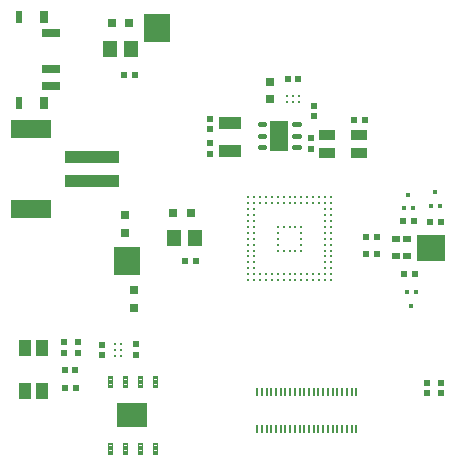
<source format=gbr>
G04 EAGLE Gerber RS-274X export*
G75*
%MOMM*%
%FSLAX34Y34*%
%LPD*%
%INSolderpaste Top*%
%IPPOS*%
%AMOC8*
5,1,8,0,0,1.08239X$1,22.5*%
G01*
%ADD10R,1.150000X1.450000*%
%ADD11R,0.620000X0.620000*%
%ADD12R,0.700000X0.600000*%
%ADD13R,4.600000X1.000000*%
%ADD14R,3.400000X1.600000*%
%ADD15R,2.489200X2.235200*%
%ADD16R,2.235200X2.489200*%
%ADD17R,0.195575X0.685800*%
%ADD18R,0.800000X0.800000*%
%ADD19R,0.450000X0.350000*%
%ADD20R,0.350000X0.350000*%
%ADD21R,0.500000X0.500000*%
%ADD22R,1.050000X1.400000*%
%ADD23R,1.500000X0.700000*%
%ADD24R,0.600000X1.000000*%
%ADD25R,0.800000X1.000000*%
%ADD26C,0.250000*%
%ADD27C,0.254000*%
%ADD28R,1.600000X2.500000*%
%ADD29C,0.450000*%
%ADD30R,1.346200X0.812800*%
%ADD31R,1.905000X1.092200*%
%ADD32R,2.530000X2.150000*%
%ADD33C,0.110000*%


D10*
X105266Y357378D03*
X87266Y357378D03*
D11*
X159948Y177800D03*
X150948Y177800D03*
D10*
X159368Y196850D03*
X141368Y196850D03*
D11*
X108386Y334772D03*
X99386Y334772D03*
X58348Y70104D03*
X49348Y70104D03*
X302950Y296926D03*
X293950Y296926D03*
X257556Y272614D03*
X257556Y281614D03*
X172212Y289124D03*
X172212Y298124D03*
X172466Y277042D03*
X172466Y268042D03*
X80518Y106608D03*
X80518Y97608D03*
X109728Y107116D03*
X109728Y98116D03*
X259842Y300046D03*
X259842Y309046D03*
X237816Y331724D03*
X246816Y331724D03*
X304364Y183134D03*
X313364Y183134D03*
X304364Y197612D03*
X313364Y197612D03*
D12*
X329264Y181976D03*
X329264Y195976D03*
X339264Y181976D03*
X339264Y195976D03*
D13*
X72560Y245270D03*
X72560Y265270D03*
D14*
X20560Y221270D03*
X20560Y289270D03*
D15*
X359664Y188722D03*
D16*
X102108Y177546D03*
X127254Y375158D03*
D17*
X251981Y35433D03*
X247981Y35433D03*
X243981Y35433D03*
X239981Y35433D03*
X235981Y35433D03*
X231981Y35433D03*
X227981Y35433D03*
X223981Y35433D03*
X219981Y35433D03*
X215981Y35433D03*
X211981Y35433D03*
X295981Y35433D03*
X291981Y35433D03*
X287981Y35433D03*
X283981Y35433D03*
X279981Y35433D03*
X275981Y35433D03*
X271981Y35433D03*
X267981Y35433D03*
X263981Y35433D03*
X259981Y35433D03*
X255981Y35433D03*
X251981Y66167D03*
X247981Y66167D03*
X243981Y66167D03*
X239981Y66167D03*
X235981Y66167D03*
X231981Y66167D03*
X227981Y66167D03*
X223981Y66167D03*
X219981Y66167D03*
X215981Y66167D03*
X211981Y66167D03*
X295981Y66167D03*
X291981Y66167D03*
X287981Y66167D03*
X283981Y66167D03*
X279981Y66167D03*
X275981Y66167D03*
X271981Y66167D03*
X267981Y66167D03*
X263981Y66167D03*
X259981Y66167D03*
X255981Y66167D03*
D18*
X155836Y217932D03*
X140836Y217932D03*
D19*
X362966Y235620D03*
D20*
X358966Y224120D03*
X366966Y224120D03*
D19*
X342646Y139792D03*
D20*
X346646Y151292D03*
X338646Y151292D03*
D19*
X340106Y233588D03*
D20*
X336106Y222088D03*
X344106Y222088D03*
D21*
X49094Y84836D03*
X58094Y84836D03*
X367538Y74350D03*
X367538Y65350D03*
X355854Y74350D03*
X355854Y65350D03*
X48260Y99640D03*
X48260Y108640D03*
X335860Y211328D03*
X344860Y211328D03*
X358466Y210820D03*
X367466Y210820D03*
X336622Y166116D03*
X345622Y166116D03*
X60198Y99894D03*
X60198Y108894D03*
D18*
X100076Y216542D03*
X100076Y201542D03*
X88766Y379222D03*
X103766Y379222D03*
X107950Y152788D03*
X107950Y137788D03*
X223012Y329318D03*
X223012Y314318D03*
D22*
X29856Y103598D03*
X29856Y67598D03*
X15356Y103598D03*
X15356Y67598D03*
D23*
X37820Y325480D03*
X37820Y340480D03*
X37820Y370480D03*
D24*
X10320Y311480D03*
D25*
X31320Y311480D03*
D24*
X10320Y384480D03*
D25*
X31320Y384480D03*
D26*
X204522Y231342D03*
X204522Y226342D03*
X204522Y221342D03*
X204522Y216342D03*
X204522Y211342D03*
X204522Y206342D03*
X204522Y201342D03*
X204522Y196342D03*
X204522Y191342D03*
X204522Y186342D03*
X204522Y181342D03*
X204522Y176342D03*
X204522Y171342D03*
X204522Y166342D03*
X204522Y161342D03*
X209522Y161342D03*
X209522Y166342D03*
X209522Y171342D03*
X209522Y176342D03*
X209522Y181342D03*
X209522Y186342D03*
X209522Y191342D03*
X209522Y196342D03*
X209522Y201342D03*
X209522Y206342D03*
X209522Y211342D03*
X209522Y216342D03*
X209522Y221342D03*
X209522Y226342D03*
X209522Y231342D03*
X269522Y231342D03*
X269522Y226342D03*
X269522Y221342D03*
X269522Y216342D03*
X269522Y211342D03*
X269522Y206342D03*
X269522Y201342D03*
X269522Y196342D03*
X269522Y191342D03*
X269522Y186342D03*
X269522Y181342D03*
X269522Y176342D03*
X269522Y171342D03*
X269522Y166342D03*
X269522Y161342D03*
X274522Y161342D03*
X274522Y166342D03*
X274522Y171342D03*
X274522Y176342D03*
X274522Y181342D03*
X274522Y186342D03*
X274522Y191342D03*
X274522Y196342D03*
X274522Y201342D03*
X274522Y206342D03*
X274522Y211342D03*
X274522Y216342D03*
X274522Y221342D03*
X274522Y226342D03*
X274522Y231342D03*
X214522Y231342D03*
X214522Y226342D03*
X219522Y226342D03*
X219522Y231342D03*
X224522Y231342D03*
X224522Y226342D03*
X229522Y226342D03*
X229522Y231342D03*
X234522Y231342D03*
X234522Y226342D03*
X239522Y226342D03*
X239522Y231342D03*
X244522Y231342D03*
X244522Y226342D03*
X249522Y226342D03*
X249522Y231342D03*
X254522Y231342D03*
X254522Y226342D03*
X259522Y226342D03*
X259522Y231342D03*
X264522Y231342D03*
X264522Y226342D03*
X214522Y166342D03*
X214522Y161342D03*
X219522Y161342D03*
X219522Y166342D03*
X224522Y166342D03*
X224522Y161342D03*
X229522Y161342D03*
X229522Y166342D03*
X234522Y166342D03*
X234522Y161342D03*
X239522Y161342D03*
X239522Y166342D03*
X244522Y166342D03*
X244522Y161342D03*
X249522Y161342D03*
X249522Y166342D03*
X254522Y166342D03*
X254522Y161342D03*
X259522Y161342D03*
X259522Y166342D03*
X264522Y166342D03*
X264522Y161342D03*
X229522Y196342D03*
X249522Y196342D03*
X229522Y201342D03*
X249522Y201342D03*
X229522Y191342D03*
X249522Y191342D03*
X229522Y206342D03*
X249522Y206342D03*
X229522Y186342D03*
X249522Y186342D03*
X234522Y206342D03*
X234522Y186342D03*
X239522Y206342D03*
X239522Y186342D03*
X244522Y206342D03*
X244522Y186342D03*
D27*
X96734Y107108D03*
X91734Y107108D03*
X96734Y102108D03*
X91734Y102108D03*
X96734Y97108D03*
X91734Y97108D03*
D28*
X230632Y283718D03*
D29*
X218132Y283718D02*
X214132Y283718D01*
X243132Y283718D02*
X247132Y283718D01*
X218132Y273718D02*
X214132Y273718D01*
X214132Y293718D02*
X218132Y293718D01*
X243132Y293718D02*
X247132Y293718D01*
X247132Y273718D02*
X243132Y273718D01*
D27*
X237570Y317460D03*
X237570Y312460D03*
X242570Y317460D03*
X242570Y312460D03*
X247570Y317460D03*
X247570Y312460D03*
D30*
X298323Y269360D03*
X298323Y284360D03*
X271145Y284360D03*
X271145Y269360D03*
D31*
X189484Y294640D03*
X189484Y270256D03*
D32*
X106172Y46990D03*
D33*
X88772Y23190D02*
X88772Y13890D01*
X85472Y13890D01*
X85472Y23190D01*
X88772Y23190D01*
X88772Y14935D02*
X85472Y14935D01*
X85472Y15980D02*
X88772Y15980D01*
X88772Y17025D02*
X85472Y17025D01*
X85472Y18070D02*
X88772Y18070D01*
X88772Y19115D02*
X85472Y19115D01*
X85472Y20160D02*
X88772Y20160D01*
X88772Y21205D02*
X85472Y21205D01*
X85472Y22250D02*
X88772Y22250D01*
X101472Y23190D02*
X101472Y13890D01*
X98172Y13890D01*
X98172Y23190D01*
X101472Y23190D01*
X101472Y14935D02*
X98172Y14935D01*
X98172Y15980D02*
X101472Y15980D01*
X101472Y17025D02*
X98172Y17025D01*
X98172Y18070D02*
X101472Y18070D01*
X101472Y19115D02*
X98172Y19115D01*
X98172Y20160D02*
X101472Y20160D01*
X101472Y21205D02*
X98172Y21205D01*
X98172Y22250D02*
X101472Y22250D01*
X114172Y23190D02*
X114172Y13890D01*
X110872Y13890D01*
X110872Y23190D01*
X114172Y23190D01*
X114172Y14935D02*
X110872Y14935D01*
X110872Y15980D02*
X114172Y15980D01*
X114172Y17025D02*
X110872Y17025D01*
X110872Y18070D02*
X114172Y18070D01*
X114172Y19115D02*
X110872Y19115D01*
X110872Y20160D02*
X114172Y20160D01*
X114172Y21205D02*
X110872Y21205D01*
X110872Y22250D02*
X114172Y22250D01*
X126872Y23190D02*
X126872Y13890D01*
X123572Y13890D01*
X123572Y23190D01*
X126872Y23190D01*
X126872Y14935D02*
X123572Y14935D01*
X123572Y15980D02*
X126872Y15980D01*
X126872Y17025D02*
X123572Y17025D01*
X123572Y18070D02*
X126872Y18070D01*
X126872Y19115D02*
X123572Y19115D01*
X123572Y20160D02*
X126872Y20160D01*
X126872Y21205D02*
X123572Y21205D01*
X123572Y22250D02*
X126872Y22250D01*
X126872Y70790D02*
X126872Y80090D01*
X126872Y70790D02*
X123572Y70790D01*
X123572Y80090D01*
X126872Y80090D01*
X126872Y71835D02*
X123572Y71835D01*
X123572Y72880D02*
X126872Y72880D01*
X126872Y73925D02*
X123572Y73925D01*
X123572Y74970D02*
X126872Y74970D01*
X126872Y76015D02*
X123572Y76015D01*
X123572Y77060D02*
X126872Y77060D01*
X126872Y78105D02*
X123572Y78105D01*
X123572Y79150D02*
X126872Y79150D01*
X114172Y80090D02*
X114172Y70790D01*
X110872Y70790D01*
X110872Y80090D01*
X114172Y80090D01*
X114172Y71835D02*
X110872Y71835D01*
X110872Y72880D02*
X114172Y72880D01*
X114172Y73925D02*
X110872Y73925D01*
X110872Y74970D02*
X114172Y74970D01*
X114172Y76015D02*
X110872Y76015D01*
X110872Y77060D02*
X114172Y77060D01*
X114172Y78105D02*
X110872Y78105D01*
X110872Y79150D02*
X114172Y79150D01*
X101472Y80090D02*
X101472Y70790D01*
X98172Y70790D01*
X98172Y80090D01*
X101472Y80090D01*
X101472Y71835D02*
X98172Y71835D01*
X98172Y72880D02*
X101472Y72880D01*
X101472Y73925D02*
X98172Y73925D01*
X98172Y74970D02*
X101472Y74970D01*
X101472Y76015D02*
X98172Y76015D01*
X98172Y77060D02*
X101472Y77060D01*
X101472Y78105D02*
X98172Y78105D01*
X98172Y79150D02*
X101472Y79150D01*
X88772Y80090D02*
X88772Y70790D01*
X85472Y70790D01*
X85472Y80090D01*
X88772Y80090D01*
X88772Y71835D02*
X85472Y71835D01*
X85472Y72880D02*
X88772Y72880D01*
X88772Y73925D02*
X85472Y73925D01*
X85472Y74970D02*
X88772Y74970D01*
X88772Y76015D02*
X85472Y76015D01*
X85472Y77060D02*
X88772Y77060D01*
X88772Y78105D02*
X85472Y78105D01*
X85472Y79150D02*
X88772Y79150D01*
M02*

</source>
